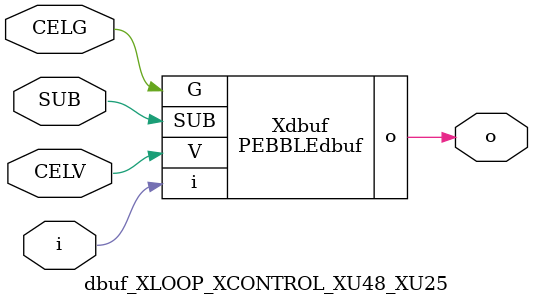
<source format=v>



module PEBBLEdbuf ( o, G, SUB, V, i );

  input V;
  input i;
  input G;
  output o;
  input SUB;
endmodule

//Celera Confidential Do Not Copy dbuf_XLOOP_XCONTROL_XU48_XU25
//Celera Confidential Symbol Generator
//Digital Buffer
module dbuf_XLOOP_XCONTROL_XU48_XU25 (CELV,CELG,i,o,SUB);
input CELV;
input CELG;
input i;
input SUB;
output o;

//Celera Confidential Do Not Copy dbuf
PEBBLEdbuf Xdbuf(
.V (CELV),
.i (i),
.o (o),
.SUB (SUB),
.G (CELG)
);
//,diesize,PEBBLEdbuf

//Celera Confidential Do Not Copy Module End
//Celera Schematic Generator
endmodule

</source>
